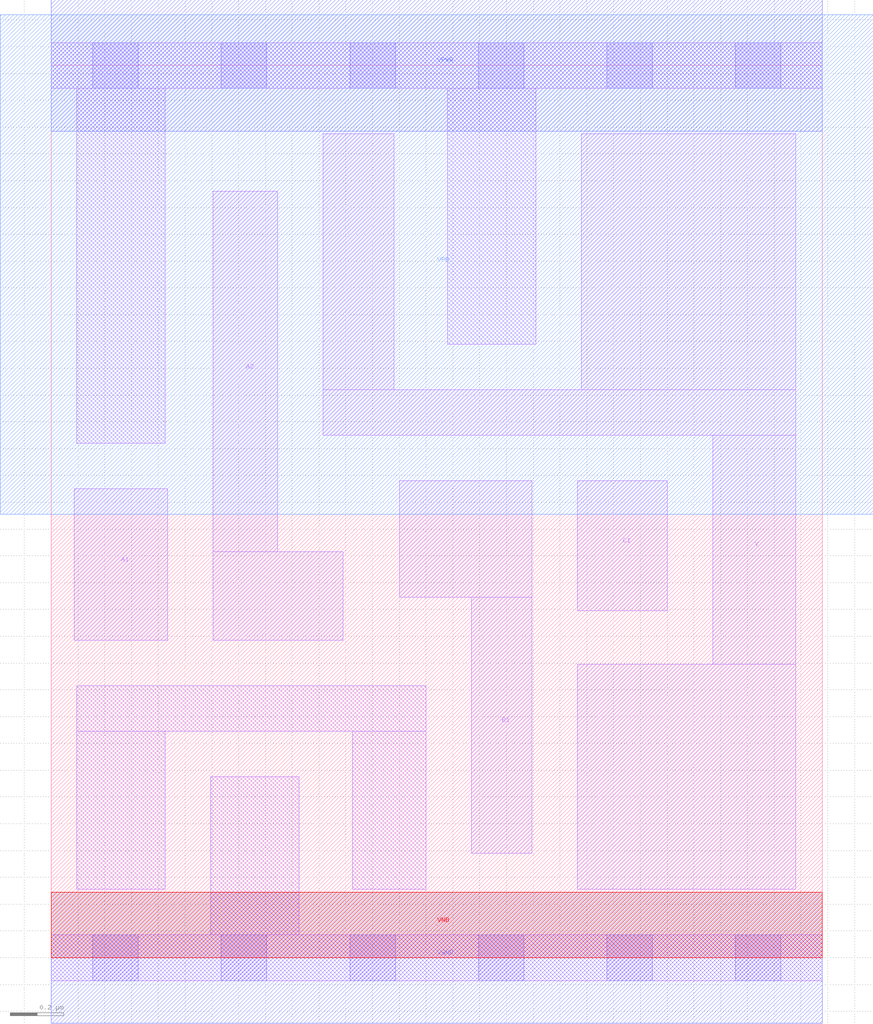
<source format=lef>
# Copyright 2020 The SkyWater PDK Authors
#
# Licensed under the Apache License, Version 2.0 (the "License");
# you may not use this file except in compliance with the License.
# You may obtain a copy of the License at
#
#     https://www.apache.org/licenses/LICENSE-2.0
#
# Unless required by applicable law or agreed to in writing, software
# distributed under the License is distributed on an "AS IS" BASIS,
# WITHOUT WARRANTIES OR CONDITIONS OF ANY KIND, either express or implied.
# See the License for the specific language governing permissions and
# limitations under the License.
#
# SPDX-License-Identifier: Apache-2.0

VERSION 5.7 ;
  NOWIREEXTENSIONATPIN ON ;
  DIVIDERCHAR "/" ;
  BUSBITCHARS "[]" ;
MACRO sky130_fd_sc_lp__o211ai_1
  CLASS CORE ;
  FOREIGN sky130_fd_sc_lp__o211ai_1 ;
  ORIGIN  0.000000  0.000000 ;
  SIZE  2.880000 BY  3.330000 ;
  SYMMETRY X Y R90 ;
  SITE unit ;
  PIN A1
    ANTENNAGATEAREA  0.315000 ;
    DIRECTION INPUT ;
    USE SIGNAL ;
    PORT
      LAYER li1 ;
        RECT 0.085000 1.185000 0.435000 1.750000 ;
    END
  END A1
  PIN A2
    ANTENNAGATEAREA  0.315000 ;
    DIRECTION INPUT ;
    USE SIGNAL ;
    PORT
      LAYER li1 ;
        RECT 0.605000 1.185000 1.090000 1.515000 ;
        RECT 0.605000 1.515000 0.845000 2.860000 ;
    END
  END A2
  PIN B1
    ANTENNAGATEAREA  0.315000 ;
    DIRECTION INPUT ;
    USE SIGNAL ;
    PORT
      LAYER li1 ;
        RECT 1.300000 1.345000 1.795000 1.780000 ;
        RECT 1.570000 0.390000 1.795000 1.345000 ;
    END
  END B1
  PIN C1
    ANTENNAGATEAREA  0.315000 ;
    DIRECTION INPUT ;
    USE SIGNAL ;
    PORT
      LAYER li1 ;
        RECT 1.965000 1.295000 2.300000 1.780000 ;
    END
  END C1
  PIN Y
    ANTENNADIFFAREA  1.761900 ;
    DIRECTION OUTPUT ;
    USE SIGNAL ;
    PORT
      LAYER li1 ;
        RECT 1.015000 1.950000 2.780000 2.120000 ;
        RECT 1.015000 2.120000 1.280000 3.075000 ;
        RECT 1.965000 0.255000 2.780000 1.095000 ;
        RECT 1.980000 2.120000 2.780000 3.075000 ;
        RECT 2.470000 1.095000 2.780000 1.950000 ;
    END
  END Y
  PIN VGND
    DIRECTION INOUT ;
    USE GROUND ;
    PORT
      LAYER met1 ;
        RECT 0.000000 -0.245000 2.880000 0.245000 ;
    END
  END VGND
  PIN VNB
    DIRECTION INOUT ;
    USE GROUND ;
    PORT
      LAYER pwell ;
        RECT 0.000000 0.000000 2.880000 0.245000 ;
    END
  END VNB
  PIN VPB
    DIRECTION INOUT ;
    USE POWER ;
    PORT
      LAYER nwell ;
        RECT -0.190000 1.655000 3.070000 3.520000 ;
    END
  END VPB
  PIN VPWR
    DIRECTION INOUT ;
    USE POWER ;
    PORT
      LAYER met1 ;
        RECT 0.000000 3.085000 2.880000 3.575000 ;
    END
  END VPWR
  OBS
    LAYER li1 ;
      RECT 0.000000 -0.085000 2.880000 0.085000 ;
      RECT 0.000000  3.245000 2.880000 3.415000 ;
      RECT 0.095000  0.255000 0.425000 0.845000 ;
      RECT 0.095000  0.845000 1.400000 1.015000 ;
      RECT 0.095000  1.920000 0.425000 3.245000 ;
      RECT 0.595000  0.085000 0.925000 0.675000 ;
      RECT 1.125000  0.255000 1.400000 0.845000 ;
      RECT 1.480000  2.290000 1.810000 3.245000 ;
    LAYER mcon ;
      RECT 0.155000 -0.085000 0.325000 0.085000 ;
      RECT 0.155000  3.245000 0.325000 3.415000 ;
      RECT 0.635000 -0.085000 0.805000 0.085000 ;
      RECT 0.635000  3.245000 0.805000 3.415000 ;
      RECT 1.115000 -0.085000 1.285000 0.085000 ;
      RECT 1.115000  3.245000 1.285000 3.415000 ;
      RECT 1.595000 -0.085000 1.765000 0.085000 ;
      RECT 1.595000  3.245000 1.765000 3.415000 ;
      RECT 2.075000 -0.085000 2.245000 0.085000 ;
      RECT 2.075000  3.245000 2.245000 3.415000 ;
      RECT 2.555000 -0.085000 2.725000 0.085000 ;
      RECT 2.555000  3.245000 2.725000 3.415000 ;
  END
END sky130_fd_sc_lp__o211ai_1
END LIBRARY

</source>
